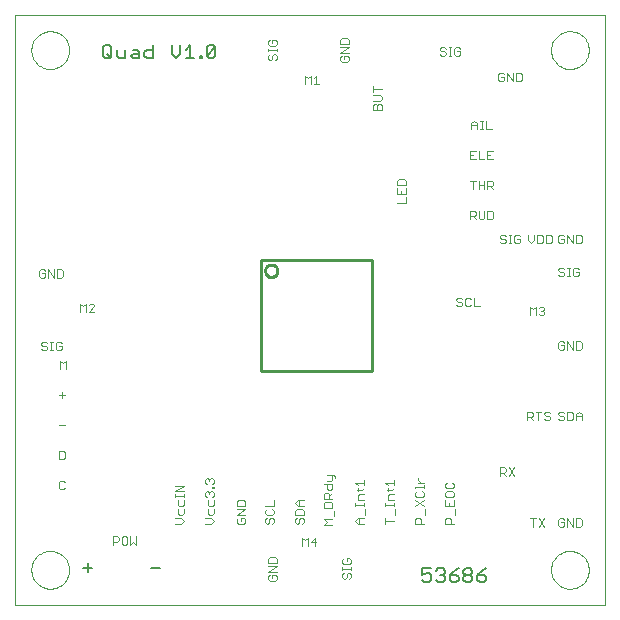
<source format=gto>
G75*
G70*
%OFA0B0*%
%FSLAX24Y24*%
%IPPOS*%
%LPD*%
%AMOC8*
5,1,8,0,0,1.08239X$1,22.5*
%
%ADD10C,0.0000*%
%ADD11C,0.0030*%
%ADD12C,0.0050*%
%ADD13C,0.0100*%
%ADD14C,0.0080*%
D10*
X003295Y003295D02*
X022980Y003295D01*
X022980Y022980D01*
X003295Y022980D01*
X003295Y003295D01*
X003846Y004476D02*
X003848Y004526D01*
X003854Y004576D01*
X003864Y004625D01*
X003878Y004673D01*
X003895Y004720D01*
X003916Y004765D01*
X003941Y004809D01*
X003969Y004850D01*
X004001Y004889D01*
X004035Y004926D01*
X004072Y004960D01*
X004112Y004990D01*
X004154Y005017D01*
X004198Y005041D01*
X004244Y005062D01*
X004291Y005078D01*
X004339Y005091D01*
X004389Y005100D01*
X004438Y005105D01*
X004489Y005106D01*
X004539Y005103D01*
X004588Y005096D01*
X004637Y005085D01*
X004685Y005070D01*
X004731Y005052D01*
X004776Y005030D01*
X004819Y005004D01*
X004860Y004975D01*
X004899Y004943D01*
X004935Y004908D01*
X004967Y004870D01*
X004997Y004830D01*
X005024Y004787D01*
X005047Y004743D01*
X005066Y004697D01*
X005082Y004649D01*
X005094Y004600D01*
X005102Y004551D01*
X005106Y004501D01*
X005106Y004451D01*
X005102Y004401D01*
X005094Y004352D01*
X005082Y004303D01*
X005066Y004255D01*
X005047Y004209D01*
X005024Y004165D01*
X004997Y004122D01*
X004967Y004082D01*
X004935Y004044D01*
X004899Y004009D01*
X004860Y003977D01*
X004819Y003948D01*
X004776Y003922D01*
X004731Y003900D01*
X004685Y003882D01*
X004637Y003867D01*
X004588Y003856D01*
X004539Y003849D01*
X004489Y003846D01*
X004438Y003847D01*
X004389Y003852D01*
X004339Y003861D01*
X004291Y003874D01*
X004244Y003890D01*
X004198Y003911D01*
X004154Y003935D01*
X004112Y003962D01*
X004072Y003992D01*
X004035Y004026D01*
X004001Y004063D01*
X003969Y004102D01*
X003941Y004143D01*
X003916Y004187D01*
X003895Y004232D01*
X003878Y004279D01*
X003864Y004327D01*
X003854Y004376D01*
X003848Y004426D01*
X003846Y004476D01*
X003846Y021799D02*
X003848Y021849D01*
X003854Y021899D01*
X003864Y021948D01*
X003878Y021996D01*
X003895Y022043D01*
X003916Y022088D01*
X003941Y022132D01*
X003969Y022173D01*
X004001Y022212D01*
X004035Y022249D01*
X004072Y022283D01*
X004112Y022313D01*
X004154Y022340D01*
X004198Y022364D01*
X004244Y022385D01*
X004291Y022401D01*
X004339Y022414D01*
X004389Y022423D01*
X004438Y022428D01*
X004489Y022429D01*
X004539Y022426D01*
X004588Y022419D01*
X004637Y022408D01*
X004685Y022393D01*
X004731Y022375D01*
X004776Y022353D01*
X004819Y022327D01*
X004860Y022298D01*
X004899Y022266D01*
X004935Y022231D01*
X004967Y022193D01*
X004997Y022153D01*
X005024Y022110D01*
X005047Y022066D01*
X005066Y022020D01*
X005082Y021972D01*
X005094Y021923D01*
X005102Y021874D01*
X005106Y021824D01*
X005106Y021774D01*
X005102Y021724D01*
X005094Y021675D01*
X005082Y021626D01*
X005066Y021578D01*
X005047Y021532D01*
X005024Y021488D01*
X004997Y021445D01*
X004967Y021405D01*
X004935Y021367D01*
X004899Y021332D01*
X004860Y021300D01*
X004819Y021271D01*
X004776Y021245D01*
X004731Y021223D01*
X004685Y021205D01*
X004637Y021190D01*
X004588Y021179D01*
X004539Y021172D01*
X004489Y021169D01*
X004438Y021170D01*
X004389Y021175D01*
X004339Y021184D01*
X004291Y021197D01*
X004244Y021213D01*
X004198Y021234D01*
X004154Y021258D01*
X004112Y021285D01*
X004072Y021315D01*
X004035Y021349D01*
X004001Y021386D01*
X003969Y021425D01*
X003941Y021466D01*
X003916Y021510D01*
X003895Y021555D01*
X003878Y021602D01*
X003864Y021650D01*
X003854Y021699D01*
X003848Y021749D01*
X003846Y021799D01*
X021169Y021799D02*
X021171Y021849D01*
X021177Y021899D01*
X021187Y021948D01*
X021201Y021996D01*
X021218Y022043D01*
X021239Y022088D01*
X021264Y022132D01*
X021292Y022173D01*
X021324Y022212D01*
X021358Y022249D01*
X021395Y022283D01*
X021435Y022313D01*
X021477Y022340D01*
X021521Y022364D01*
X021567Y022385D01*
X021614Y022401D01*
X021662Y022414D01*
X021712Y022423D01*
X021761Y022428D01*
X021812Y022429D01*
X021862Y022426D01*
X021911Y022419D01*
X021960Y022408D01*
X022008Y022393D01*
X022054Y022375D01*
X022099Y022353D01*
X022142Y022327D01*
X022183Y022298D01*
X022222Y022266D01*
X022258Y022231D01*
X022290Y022193D01*
X022320Y022153D01*
X022347Y022110D01*
X022370Y022066D01*
X022389Y022020D01*
X022405Y021972D01*
X022417Y021923D01*
X022425Y021874D01*
X022429Y021824D01*
X022429Y021774D01*
X022425Y021724D01*
X022417Y021675D01*
X022405Y021626D01*
X022389Y021578D01*
X022370Y021532D01*
X022347Y021488D01*
X022320Y021445D01*
X022290Y021405D01*
X022258Y021367D01*
X022222Y021332D01*
X022183Y021300D01*
X022142Y021271D01*
X022099Y021245D01*
X022054Y021223D01*
X022008Y021205D01*
X021960Y021190D01*
X021911Y021179D01*
X021862Y021172D01*
X021812Y021169D01*
X021761Y021170D01*
X021712Y021175D01*
X021662Y021184D01*
X021614Y021197D01*
X021567Y021213D01*
X021521Y021234D01*
X021477Y021258D01*
X021435Y021285D01*
X021395Y021315D01*
X021358Y021349D01*
X021324Y021386D01*
X021292Y021425D01*
X021264Y021466D01*
X021239Y021510D01*
X021218Y021555D01*
X021201Y021602D01*
X021187Y021650D01*
X021177Y021699D01*
X021171Y021749D01*
X021169Y021799D01*
X021169Y004476D02*
X021171Y004526D01*
X021177Y004576D01*
X021187Y004625D01*
X021201Y004673D01*
X021218Y004720D01*
X021239Y004765D01*
X021264Y004809D01*
X021292Y004850D01*
X021324Y004889D01*
X021358Y004926D01*
X021395Y004960D01*
X021435Y004990D01*
X021477Y005017D01*
X021521Y005041D01*
X021567Y005062D01*
X021614Y005078D01*
X021662Y005091D01*
X021712Y005100D01*
X021761Y005105D01*
X021812Y005106D01*
X021862Y005103D01*
X021911Y005096D01*
X021960Y005085D01*
X022008Y005070D01*
X022054Y005052D01*
X022099Y005030D01*
X022142Y005004D01*
X022183Y004975D01*
X022222Y004943D01*
X022258Y004908D01*
X022290Y004870D01*
X022320Y004830D01*
X022347Y004787D01*
X022370Y004743D01*
X022389Y004697D01*
X022405Y004649D01*
X022417Y004600D01*
X022425Y004551D01*
X022429Y004501D01*
X022429Y004451D01*
X022425Y004401D01*
X022417Y004352D01*
X022405Y004303D01*
X022389Y004255D01*
X022370Y004209D01*
X022347Y004165D01*
X022320Y004122D01*
X022290Y004082D01*
X022258Y004044D01*
X022222Y004009D01*
X022183Y003977D01*
X022142Y003948D01*
X022099Y003922D01*
X022054Y003900D01*
X022008Y003882D01*
X021960Y003867D01*
X021911Y003856D01*
X021862Y003849D01*
X021812Y003846D01*
X021761Y003847D01*
X021712Y003852D01*
X021662Y003861D01*
X021614Y003874D01*
X021567Y003890D01*
X021521Y003911D01*
X021477Y003935D01*
X021435Y003962D01*
X021395Y003992D01*
X021358Y004026D01*
X021324Y004063D01*
X021292Y004102D01*
X021264Y004143D01*
X021239Y004187D01*
X021218Y004232D01*
X021201Y004279D01*
X021187Y004327D01*
X021177Y004376D01*
X021171Y004426D01*
X021169Y004476D01*
D11*
X020948Y005910D02*
X020755Y006201D01*
X020654Y006201D02*
X020460Y006201D01*
X020557Y006201D02*
X020557Y005910D01*
X020755Y005910D02*
X020948Y006201D01*
X021410Y006152D02*
X021410Y005959D01*
X021459Y005910D01*
X021555Y005910D01*
X021604Y005959D01*
X021604Y006055D01*
X021507Y006055D01*
X021410Y006152D02*
X021459Y006201D01*
X021555Y006201D01*
X021604Y006152D01*
X021705Y006201D02*
X021898Y005910D01*
X021898Y006201D01*
X022000Y006201D02*
X022145Y006201D01*
X022193Y006152D01*
X022193Y005959D01*
X022145Y005910D01*
X022000Y005910D01*
X022000Y006201D01*
X021705Y006201D02*
X021705Y005910D01*
X019948Y007610D02*
X019755Y007901D01*
X019654Y007852D02*
X019654Y007755D01*
X019605Y007707D01*
X019460Y007707D01*
X019460Y007610D02*
X019460Y007901D01*
X019605Y007901D01*
X019654Y007852D01*
X019557Y007707D02*
X019654Y007610D01*
X019755Y007610D02*
X019948Y007901D01*
X020360Y009460D02*
X020360Y009751D01*
X020505Y009751D01*
X020554Y009702D01*
X020554Y009605D01*
X020505Y009557D01*
X020360Y009557D01*
X020457Y009557D02*
X020554Y009460D01*
X020752Y009460D02*
X020752Y009751D01*
X020848Y009751D02*
X020655Y009751D01*
X020950Y009702D02*
X020950Y009654D01*
X020998Y009605D01*
X021095Y009605D01*
X021143Y009557D01*
X021143Y009509D01*
X021095Y009460D01*
X020998Y009460D01*
X020950Y009509D01*
X020950Y009702D02*
X020998Y009751D01*
X021095Y009751D01*
X021143Y009702D01*
X021410Y009702D02*
X021459Y009751D01*
X021555Y009751D01*
X021604Y009702D01*
X021555Y009605D02*
X021604Y009557D01*
X021604Y009509D01*
X021555Y009460D01*
X021459Y009460D01*
X021410Y009509D01*
X021459Y009605D02*
X021555Y009605D01*
X021459Y009605D02*
X021410Y009654D01*
X021410Y009702D01*
X021705Y009751D02*
X021850Y009751D01*
X021898Y009702D01*
X021898Y009509D01*
X021850Y009460D01*
X021705Y009460D01*
X021705Y009751D01*
X022000Y009654D02*
X022096Y009751D01*
X022193Y009654D01*
X022193Y009460D01*
X022193Y009605D02*
X022000Y009605D01*
X022000Y009654D02*
X022000Y009460D01*
X022000Y011810D02*
X022145Y011810D01*
X022193Y011859D01*
X022193Y012052D01*
X022145Y012101D01*
X022000Y012101D01*
X022000Y011810D01*
X021898Y011810D02*
X021898Y012101D01*
X021705Y012101D02*
X021898Y011810D01*
X021705Y011810D02*
X021705Y012101D01*
X021604Y012052D02*
X021555Y012101D01*
X021459Y012101D01*
X021410Y012052D01*
X021410Y011859D01*
X021459Y011810D01*
X021555Y011810D01*
X021604Y011859D01*
X021604Y011955D01*
X021507Y011955D01*
X020900Y012960D02*
X020803Y012960D01*
X020755Y013009D01*
X020654Y012960D02*
X020654Y013251D01*
X020557Y013154D01*
X020460Y013251D01*
X020460Y012960D01*
X020755Y013202D02*
X020803Y013251D01*
X020900Y013251D01*
X020948Y013202D01*
X020948Y013154D01*
X020900Y013105D01*
X020948Y013057D01*
X020948Y013009D01*
X020900Y012960D01*
X020900Y013105D02*
X020852Y013105D01*
X021459Y014260D02*
X021410Y014309D01*
X021459Y014260D02*
X021555Y014260D01*
X021604Y014309D01*
X021604Y014357D01*
X021555Y014405D01*
X021459Y014405D01*
X021410Y014454D01*
X021410Y014502D01*
X021459Y014551D01*
X021555Y014551D01*
X021604Y014502D01*
X021705Y014551D02*
X021802Y014551D01*
X021753Y014551D02*
X021753Y014260D01*
X021705Y014260D02*
X021802Y014260D01*
X021901Y014309D02*
X021901Y014502D01*
X021950Y014551D01*
X022046Y014551D01*
X022095Y014502D01*
X022095Y014405D02*
X021998Y014405D01*
X022095Y014405D02*
X022095Y014309D01*
X022046Y014260D01*
X021950Y014260D01*
X021901Y014309D01*
X021898Y015360D02*
X021898Y015651D01*
X022000Y015651D02*
X022145Y015651D01*
X022193Y015602D01*
X022193Y015409D01*
X022145Y015360D01*
X022000Y015360D01*
X022000Y015651D01*
X021705Y015651D02*
X021705Y015360D01*
X021604Y015409D02*
X021604Y015505D01*
X021507Y015505D01*
X021410Y015409D02*
X021410Y015602D01*
X021459Y015651D01*
X021555Y015651D01*
X021604Y015602D01*
X021705Y015651D02*
X021898Y015360D01*
X021604Y015409D02*
X021555Y015360D01*
X021459Y015360D01*
X021410Y015409D01*
X021193Y015409D02*
X021193Y015602D01*
X021145Y015651D01*
X021000Y015651D01*
X021000Y015360D01*
X021145Y015360D01*
X021193Y015409D01*
X020898Y015409D02*
X020898Y015602D01*
X020850Y015651D01*
X020705Y015651D01*
X020705Y015360D01*
X020850Y015360D01*
X020898Y015409D01*
X020604Y015457D02*
X020604Y015651D01*
X020410Y015651D02*
X020410Y015457D01*
X020507Y015360D01*
X020604Y015457D01*
X020145Y015409D02*
X020145Y015505D01*
X020048Y015505D01*
X019951Y015409D02*
X020000Y015360D01*
X020096Y015360D01*
X020145Y015409D01*
X020145Y015602D02*
X020096Y015651D01*
X020000Y015651D01*
X019951Y015602D01*
X019951Y015409D01*
X019852Y015360D02*
X019755Y015360D01*
X019803Y015360D02*
X019803Y015651D01*
X019755Y015651D02*
X019852Y015651D01*
X019654Y015602D02*
X019605Y015651D01*
X019509Y015651D01*
X019460Y015602D01*
X019460Y015554D01*
X019509Y015505D01*
X019605Y015505D01*
X019654Y015457D01*
X019654Y015409D01*
X019605Y015360D01*
X019509Y015360D01*
X019460Y015409D01*
X019195Y016160D02*
X019050Y016160D01*
X019050Y016451D01*
X019195Y016451D01*
X019243Y016402D01*
X019243Y016209D01*
X019195Y016160D01*
X018948Y016209D02*
X018948Y016451D01*
X018755Y016451D02*
X018755Y016209D01*
X018803Y016160D01*
X018900Y016160D01*
X018948Y016209D01*
X018654Y016160D02*
X018557Y016257D01*
X018605Y016257D02*
X018460Y016257D01*
X018460Y016160D02*
X018460Y016451D01*
X018605Y016451D01*
X018654Y016402D01*
X018654Y016305D01*
X018605Y016257D01*
X018557Y017160D02*
X018557Y017451D01*
X018460Y017451D02*
X018654Y017451D01*
X018755Y017451D02*
X018755Y017160D01*
X018755Y017305D02*
X018948Y017305D01*
X019050Y017257D02*
X019195Y017257D01*
X019243Y017305D01*
X019243Y017402D01*
X019195Y017451D01*
X019050Y017451D01*
X019050Y017160D01*
X018948Y017160D02*
X018948Y017451D01*
X019146Y017257D02*
X019243Y017160D01*
X019243Y018160D02*
X019050Y018160D01*
X019050Y018451D01*
X019243Y018451D01*
X019146Y018305D02*
X019050Y018305D01*
X018948Y018160D02*
X018755Y018160D01*
X018755Y018451D01*
X018654Y018451D02*
X018460Y018451D01*
X018460Y018160D01*
X018654Y018160D01*
X018557Y018305D02*
X018460Y018305D01*
X018510Y019160D02*
X018510Y019354D01*
X018607Y019451D01*
X018704Y019354D01*
X018704Y019160D01*
X018805Y019160D02*
X018902Y019160D01*
X018853Y019160D02*
X018853Y019451D01*
X018805Y019451D02*
X018902Y019451D01*
X019001Y019451D02*
X019001Y019160D01*
X019195Y019160D01*
X018704Y019305D02*
X018510Y019305D01*
X019459Y020760D02*
X019410Y020809D01*
X019410Y021002D01*
X019459Y021051D01*
X019555Y021051D01*
X019604Y021002D01*
X019604Y020905D02*
X019507Y020905D01*
X019604Y020905D02*
X019604Y020809D01*
X019555Y020760D01*
X019459Y020760D01*
X019705Y020760D02*
X019705Y021051D01*
X019898Y020760D01*
X019898Y021051D01*
X020000Y021051D02*
X020000Y020760D01*
X020145Y020760D01*
X020193Y020809D01*
X020193Y021002D01*
X020145Y021051D01*
X020000Y021051D01*
X018145Y021659D02*
X018145Y021755D01*
X018048Y021755D01*
X017951Y021659D02*
X018000Y021610D01*
X018096Y021610D01*
X018145Y021659D01*
X018145Y021852D02*
X018096Y021901D01*
X018000Y021901D01*
X017951Y021852D01*
X017951Y021659D01*
X017852Y021610D02*
X017755Y021610D01*
X017803Y021610D02*
X017803Y021901D01*
X017755Y021901D02*
X017852Y021901D01*
X017654Y021852D02*
X017605Y021901D01*
X017509Y021901D01*
X017460Y021852D01*
X017460Y021804D01*
X017509Y021755D01*
X017605Y021755D01*
X017654Y021707D01*
X017654Y021659D01*
X017605Y021610D01*
X017509Y021610D01*
X017460Y021659D01*
X015530Y020496D02*
X015240Y020496D01*
X015240Y020400D02*
X015240Y020593D01*
X015240Y020298D02*
X015482Y020298D01*
X015530Y020250D01*
X015530Y020153D01*
X015482Y020105D01*
X015240Y020105D01*
X015288Y020004D02*
X015337Y020004D01*
X015385Y019955D01*
X015385Y019810D01*
X015240Y019810D02*
X015240Y019955D01*
X015288Y020004D01*
X015385Y019955D02*
X015434Y020004D01*
X015482Y020004D01*
X015530Y019955D01*
X015530Y019810D01*
X015240Y019810D01*
X014382Y021410D02*
X014188Y021410D01*
X014140Y021459D01*
X014140Y021555D01*
X014188Y021604D01*
X014285Y021604D02*
X014285Y021507D01*
X014285Y021604D02*
X014382Y021604D01*
X014430Y021555D01*
X014430Y021459D01*
X014382Y021410D01*
X014430Y021705D02*
X014140Y021705D01*
X014430Y021898D01*
X014140Y021898D01*
X014140Y022000D02*
X014140Y022145D01*
X014188Y022193D01*
X014382Y022193D01*
X014430Y022145D01*
X014430Y022000D01*
X014140Y022000D01*
X013352Y020951D02*
X013352Y020660D01*
X013448Y020660D02*
X013255Y020660D01*
X013154Y020660D02*
X013154Y020951D01*
X013057Y020854D01*
X012960Y020951D01*
X012960Y020660D01*
X013255Y020854D02*
X013352Y020951D01*
X012030Y021509D02*
X011982Y021460D01*
X012030Y021509D02*
X012030Y021605D01*
X011982Y021654D01*
X011934Y021654D01*
X011885Y021605D01*
X011885Y021509D01*
X011837Y021460D01*
X011788Y021460D01*
X011740Y021509D01*
X011740Y021605D01*
X011788Y021654D01*
X011740Y021755D02*
X011740Y021852D01*
X011740Y021803D02*
X012030Y021803D01*
X012030Y021755D02*
X012030Y021852D01*
X011982Y021951D02*
X012030Y022000D01*
X012030Y022096D01*
X011982Y022145D01*
X011885Y022145D01*
X011885Y022048D01*
X011788Y021951D02*
X011982Y021951D01*
X011788Y021951D02*
X011740Y022000D01*
X011740Y022096D01*
X011788Y022145D01*
X016088Y017493D02*
X016040Y017445D01*
X016040Y017300D01*
X016330Y017300D01*
X016330Y017445D01*
X016282Y017493D01*
X016088Y017493D01*
X016040Y017198D02*
X016040Y017005D01*
X016330Y017005D01*
X016330Y017198D01*
X016185Y017102D02*
X016185Y017005D01*
X016330Y016904D02*
X016330Y016710D01*
X016040Y016710D01*
X018059Y013551D02*
X018010Y013502D01*
X018010Y013454D01*
X018059Y013405D01*
X018155Y013405D01*
X018204Y013357D01*
X018204Y013309D01*
X018155Y013260D01*
X018059Y013260D01*
X018010Y013309D01*
X018059Y013551D02*
X018155Y013551D01*
X018204Y013502D01*
X018305Y013502D02*
X018305Y013309D01*
X018353Y013260D01*
X018450Y013260D01*
X018498Y013309D01*
X018600Y013260D02*
X018793Y013260D01*
X018600Y013260D02*
X018600Y013551D01*
X018498Y013502D02*
X018450Y013551D01*
X018353Y013551D01*
X018305Y013502D01*
X013929Y007627D02*
X013687Y007627D01*
X013880Y007627D02*
X013880Y007482D01*
X013832Y007434D01*
X013687Y007434D01*
X013687Y007332D02*
X013687Y007187D01*
X013735Y007139D01*
X013832Y007139D01*
X013880Y007187D01*
X013880Y007332D01*
X013590Y007332D01*
X013638Y007038D02*
X013735Y007038D01*
X013784Y006989D01*
X013784Y006844D01*
X013880Y006844D02*
X013590Y006844D01*
X013590Y006989D01*
X013638Y007038D01*
X013784Y006941D02*
X013880Y007038D01*
X013832Y006743D02*
X013638Y006743D01*
X013590Y006695D01*
X013590Y006550D01*
X013880Y006550D01*
X013880Y006695D01*
X013832Y006743D01*
X013929Y006448D02*
X013929Y006255D01*
X013880Y006154D02*
X013590Y006154D01*
X013687Y006057D01*
X013590Y005960D01*
X013880Y005960D01*
X013300Y005551D02*
X013155Y005405D01*
X013348Y005405D01*
X013300Y005260D02*
X013300Y005551D01*
X013054Y005551D02*
X013054Y005260D01*
X012860Y005260D02*
X012860Y005551D01*
X012957Y005454D01*
X013054Y005551D01*
X012882Y006010D02*
X012930Y006059D01*
X012930Y006155D01*
X012882Y006204D01*
X012834Y006204D01*
X012785Y006155D01*
X012785Y006059D01*
X012737Y006010D01*
X012688Y006010D01*
X012640Y006059D01*
X012640Y006155D01*
X012688Y006204D01*
X012640Y006305D02*
X012640Y006450D01*
X012688Y006498D01*
X012882Y006498D01*
X012930Y006450D01*
X012930Y006305D01*
X012640Y006305D01*
X012737Y006600D02*
X012640Y006696D01*
X012737Y006793D01*
X012930Y006793D01*
X012785Y006793D02*
X012785Y006600D01*
X012737Y006600D02*
X012930Y006600D01*
X011930Y006600D02*
X011930Y006793D01*
X011930Y006600D02*
X011640Y006600D01*
X011688Y006498D02*
X011640Y006450D01*
X011640Y006353D01*
X011688Y006305D01*
X011882Y006305D01*
X011930Y006353D01*
X011930Y006450D01*
X011882Y006498D01*
X011882Y006204D02*
X011930Y006155D01*
X011930Y006059D01*
X011882Y006010D01*
X011785Y006059D02*
X011785Y006155D01*
X011834Y006204D01*
X011882Y006204D01*
X011785Y006059D02*
X011737Y006010D01*
X011688Y006010D01*
X011640Y006059D01*
X011640Y006155D01*
X011688Y006204D01*
X010980Y006155D02*
X010932Y006204D01*
X010835Y006204D01*
X010835Y006107D01*
X010738Y006010D02*
X010932Y006010D01*
X010980Y006059D01*
X010980Y006155D01*
X010980Y006305D02*
X010690Y006305D01*
X010980Y006498D01*
X010690Y006498D01*
X010690Y006600D02*
X010690Y006745D01*
X010738Y006793D01*
X010932Y006793D01*
X010980Y006745D01*
X010980Y006600D01*
X010690Y006600D01*
X010738Y006204D02*
X010690Y006155D01*
X010690Y006059D01*
X010738Y006010D01*
X009930Y006107D02*
X009834Y006010D01*
X009640Y006010D01*
X009640Y006204D02*
X009834Y006204D01*
X009930Y006107D01*
X009882Y006305D02*
X009930Y006353D01*
X009930Y006498D01*
X009882Y006600D02*
X009930Y006648D01*
X009930Y006793D01*
X009882Y006894D02*
X009930Y006943D01*
X009930Y007039D01*
X009882Y007088D01*
X009834Y007088D01*
X009785Y007039D01*
X009785Y006991D01*
X009785Y007039D02*
X009737Y007088D01*
X009688Y007088D01*
X009640Y007039D01*
X009640Y006943D01*
X009688Y006894D01*
X009737Y006793D02*
X009737Y006648D01*
X009785Y006600D01*
X009882Y006600D01*
X009737Y006498D02*
X009737Y006353D01*
X009785Y006305D01*
X009882Y006305D01*
X009882Y007189D02*
X009882Y007237D01*
X009930Y007237D01*
X009930Y007189D01*
X009882Y007189D01*
X009882Y007336D02*
X009930Y007385D01*
X009930Y007481D01*
X009882Y007530D01*
X009834Y007530D01*
X009785Y007481D01*
X009785Y007433D01*
X009785Y007481D02*
X009737Y007530D01*
X009688Y007530D01*
X009640Y007481D01*
X009640Y007385D01*
X009688Y007336D01*
X008930Y007284D02*
X008640Y007284D01*
X008640Y007091D02*
X008930Y007284D01*
X008930Y007091D02*
X008640Y007091D01*
X008640Y006991D02*
X008640Y006894D01*
X008640Y006943D02*
X008930Y006943D01*
X008930Y006991D02*
X008930Y006894D01*
X008930Y006793D02*
X008930Y006648D01*
X008882Y006600D01*
X008785Y006600D01*
X008737Y006648D01*
X008737Y006793D01*
X008737Y006498D02*
X008737Y006353D01*
X008785Y006305D01*
X008882Y006305D01*
X008930Y006353D01*
X008930Y006498D01*
X008834Y006204D02*
X008640Y006204D01*
X008834Y006204D02*
X008930Y006107D01*
X008834Y006010D01*
X008640Y006010D01*
X007343Y005601D02*
X007343Y005310D01*
X007246Y005407D01*
X007150Y005310D01*
X007150Y005601D01*
X007048Y005552D02*
X007048Y005359D01*
X007000Y005310D01*
X006903Y005310D01*
X006855Y005359D01*
X006855Y005552D01*
X006903Y005601D01*
X007000Y005601D01*
X007048Y005552D01*
X006754Y005552D02*
X006754Y005455D01*
X006705Y005407D01*
X006560Y005407D01*
X006560Y005310D02*
X006560Y005601D01*
X006705Y005601D01*
X006754Y005552D01*
X004954Y007209D02*
X004905Y007160D01*
X004809Y007160D01*
X004760Y007209D01*
X004760Y007402D01*
X004809Y007451D01*
X004905Y007451D01*
X004954Y007402D01*
X004905Y008160D02*
X004954Y008209D01*
X004954Y008402D01*
X004905Y008451D01*
X004760Y008451D01*
X004760Y008160D01*
X004905Y008160D01*
X004954Y009305D02*
X004760Y009305D01*
X004857Y010209D02*
X004857Y010402D01*
X004760Y010305D02*
X004954Y010305D01*
X005004Y011160D02*
X005004Y011451D01*
X004907Y011354D01*
X004810Y011451D01*
X004810Y011160D01*
X004811Y011790D02*
X004714Y011790D01*
X004666Y011839D01*
X004666Y012032D01*
X004714Y012081D01*
X004811Y012081D01*
X004859Y012032D01*
X004859Y011935D02*
X004762Y011935D01*
X004859Y011935D02*
X004859Y011839D01*
X004811Y011790D01*
X004566Y011790D02*
X004469Y011790D01*
X004518Y011790D02*
X004518Y012081D01*
X004566Y012081D02*
X004469Y012081D01*
X004368Y012032D02*
X004320Y012081D01*
X004223Y012081D01*
X004175Y012032D01*
X004175Y011984D01*
X004223Y011935D01*
X004320Y011935D01*
X004368Y011887D01*
X004368Y011839D01*
X004320Y011790D01*
X004223Y011790D01*
X004175Y011839D01*
X005460Y013060D02*
X005460Y013351D01*
X005557Y013254D01*
X005654Y013351D01*
X005654Y013060D01*
X005755Y013060D02*
X005948Y013254D01*
X005948Y013302D01*
X005900Y013351D01*
X005803Y013351D01*
X005755Y013302D01*
X005755Y013060D02*
X005948Y013060D01*
X004845Y014210D02*
X004700Y014210D01*
X004700Y014501D01*
X004845Y014501D01*
X004893Y014452D01*
X004893Y014259D01*
X004845Y014210D01*
X004598Y014210D02*
X004598Y014501D01*
X004405Y014501D02*
X004405Y014210D01*
X004304Y014259D02*
X004304Y014355D01*
X004207Y014355D01*
X004110Y014259D02*
X004110Y014452D01*
X004159Y014501D01*
X004255Y014501D01*
X004304Y014452D01*
X004405Y014501D02*
X004598Y014210D01*
X004304Y014259D02*
X004255Y014210D01*
X004159Y014210D01*
X004110Y014259D01*
X011788Y004893D02*
X011740Y004845D01*
X011740Y004700D01*
X012030Y004700D01*
X012030Y004845D01*
X011982Y004893D01*
X011788Y004893D01*
X011740Y004598D02*
X012030Y004598D01*
X011740Y004405D01*
X012030Y004405D01*
X011982Y004304D02*
X011885Y004304D01*
X011885Y004207D01*
X011788Y004110D02*
X011982Y004110D01*
X012030Y004159D01*
X012030Y004255D01*
X011982Y004304D01*
X011788Y004304D02*
X011740Y004255D01*
X011740Y004159D01*
X011788Y004110D01*
X014210Y004223D02*
X014258Y004175D01*
X014307Y004175D01*
X014355Y004223D01*
X014355Y004320D01*
X014404Y004368D01*
X014452Y004368D01*
X014500Y004320D01*
X014500Y004223D01*
X014452Y004175D01*
X014210Y004223D02*
X014210Y004320D01*
X014258Y004368D01*
X014210Y004469D02*
X014210Y004566D01*
X014210Y004518D02*
X014500Y004518D01*
X014500Y004566D02*
X014500Y004469D01*
X014452Y004666D02*
X014500Y004714D01*
X014500Y004811D01*
X014452Y004859D01*
X014355Y004859D01*
X014355Y004762D01*
X014258Y004666D02*
X014452Y004666D01*
X014258Y004666D02*
X014210Y004714D01*
X014210Y004811D01*
X014258Y004859D01*
X014737Y006010D02*
X014640Y006107D01*
X014737Y006204D01*
X014930Y006204D01*
X014979Y006305D02*
X014979Y006498D01*
X014930Y006600D02*
X014930Y006696D01*
X014930Y006648D02*
X014640Y006648D01*
X014640Y006600D02*
X014640Y006696D01*
X014737Y006796D02*
X014737Y006941D01*
X014785Y006990D01*
X014930Y006990D01*
X014882Y007139D02*
X014688Y007139D01*
X014737Y007091D02*
X014737Y007187D01*
X014737Y007287D02*
X014640Y007384D01*
X014930Y007384D01*
X014930Y007287D02*
X014930Y007481D01*
X014930Y007187D02*
X014882Y007139D01*
X014930Y006796D02*
X014737Y006796D01*
X014785Y006204D02*
X014785Y006010D01*
X014737Y006010D02*
X014930Y006010D01*
X015640Y006010D02*
X015640Y006204D01*
X015640Y006107D02*
X015930Y006107D01*
X015979Y006305D02*
X015979Y006498D01*
X015930Y006600D02*
X015930Y006696D01*
X015930Y006648D02*
X015640Y006648D01*
X015640Y006600D02*
X015640Y006696D01*
X015737Y006796D02*
X015737Y006941D01*
X015785Y006990D01*
X015930Y006990D01*
X015882Y007139D02*
X015688Y007139D01*
X015737Y007091D02*
X015737Y007187D01*
X015737Y007287D02*
X015640Y007384D01*
X015930Y007384D01*
X015930Y007287D02*
X015930Y007481D01*
X015930Y007187D02*
X015882Y007139D01*
X015930Y006796D02*
X015737Y006796D01*
X016640Y006793D02*
X016930Y006600D01*
X016979Y006498D02*
X016979Y006305D01*
X016834Y006155D02*
X016834Y006010D01*
X016930Y006010D02*
X016640Y006010D01*
X016640Y006155D01*
X016688Y006204D01*
X016785Y006204D01*
X016834Y006155D01*
X016640Y006600D02*
X016930Y006793D01*
X016882Y006894D02*
X016688Y006894D01*
X016640Y006943D01*
X016640Y007039D01*
X016688Y007088D01*
X016640Y007189D02*
X016640Y007237D01*
X016930Y007237D01*
X016930Y007189D02*
X016930Y007286D01*
X016930Y007385D02*
X016737Y007385D01*
X016834Y007385D02*
X016737Y007482D01*
X016737Y007530D01*
X016882Y007088D02*
X016930Y007039D01*
X016930Y006943D01*
X016882Y006894D01*
X017640Y006943D02*
X017688Y006894D01*
X017882Y006894D01*
X017930Y006943D01*
X017930Y007039D01*
X017882Y007088D01*
X017688Y007088D01*
X017640Y007039D01*
X017640Y006943D01*
X017640Y006793D02*
X017640Y006600D01*
X017930Y006600D01*
X017930Y006793D01*
X017785Y006696D02*
X017785Y006600D01*
X017979Y006498D02*
X017979Y006305D01*
X017834Y006155D02*
X017834Y006010D01*
X017930Y006010D02*
X017640Y006010D01*
X017640Y006155D01*
X017688Y006204D01*
X017785Y006204D01*
X017834Y006155D01*
X017882Y007189D02*
X017688Y007189D01*
X017640Y007237D01*
X017640Y007334D01*
X017688Y007382D01*
X017882Y007382D02*
X017930Y007334D01*
X017930Y007237D01*
X017882Y007189D01*
X013977Y007530D02*
X013977Y007579D01*
X013929Y007627D01*
D12*
X016870Y004521D02*
X016870Y004295D01*
X017020Y004371D01*
X017095Y004371D01*
X017171Y004295D01*
X017171Y004145D01*
X017095Y004070D01*
X016945Y004070D01*
X016870Y004145D01*
X017331Y004145D02*
X017406Y004070D01*
X017556Y004070D01*
X017631Y004145D01*
X017631Y004220D01*
X017556Y004295D01*
X017481Y004295D01*
X017556Y004295D02*
X017631Y004371D01*
X017631Y004446D01*
X017556Y004521D01*
X017406Y004521D01*
X017331Y004446D01*
X017171Y004521D02*
X016870Y004521D01*
X017791Y004295D02*
X017791Y004145D01*
X017866Y004070D01*
X018016Y004070D01*
X018091Y004145D01*
X018091Y004220D01*
X018016Y004295D01*
X017791Y004295D01*
X017941Y004446D01*
X018091Y004521D01*
X018251Y004446D02*
X018251Y004371D01*
X018327Y004295D01*
X018477Y004295D01*
X018552Y004220D01*
X018552Y004145D01*
X018477Y004070D01*
X018327Y004070D01*
X018251Y004145D01*
X018251Y004220D01*
X018327Y004295D01*
X018477Y004295D02*
X018552Y004371D01*
X018552Y004446D01*
X018477Y004521D01*
X018327Y004521D01*
X018251Y004446D01*
X018712Y004295D02*
X018712Y004145D01*
X018787Y004070D01*
X018937Y004070D01*
X019012Y004145D01*
X019012Y004220D01*
X018937Y004295D01*
X018712Y004295D01*
X018862Y004446D01*
X019012Y004521D01*
X008121Y004545D02*
X007820Y004545D01*
X005871Y004545D02*
X005570Y004545D01*
X005720Y004696D02*
X005720Y004395D01*
D13*
X011495Y011095D02*
X011495Y014795D01*
X015195Y014795D01*
X015195Y011095D01*
X011495Y011095D01*
X011639Y014445D02*
X011641Y014473D01*
X011647Y014501D01*
X011656Y014527D01*
X011669Y014552D01*
X011685Y014575D01*
X011704Y014596D01*
X011726Y014613D01*
X011750Y014628D01*
X011776Y014639D01*
X011803Y014647D01*
X011831Y014651D01*
X011859Y014651D01*
X011887Y014647D01*
X011914Y014639D01*
X011940Y014628D01*
X011964Y014613D01*
X011986Y014596D01*
X012005Y014575D01*
X012021Y014552D01*
X012034Y014527D01*
X012043Y014501D01*
X012049Y014473D01*
X012051Y014445D01*
X012049Y014417D01*
X012043Y014389D01*
X012034Y014363D01*
X012021Y014338D01*
X012005Y014315D01*
X011986Y014294D01*
X011964Y014277D01*
X011940Y014262D01*
X011914Y014251D01*
X011887Y014243D01*
X011859Y014239D01*
X011831Y014239D01*
X011803Y014243D01*
X011776Y014251D01*
X011750Y014262D01*
X011726Y014277D01*
X011704Y014294D01*
X011685Y014315D01*
X011669Y014338D01*
X011656Y014363D01*
X011647Y014389D01*
X011641Y014417D01*
X011639Y014445D01*
D14*
X009898Y021535D02*
X009758Y021535D01*
X009688Y021605D01*
X009968Y021886D01*
X009968Y021605D01*
X009898Y021535D01*
X009688Y021605D02*
X009688Y021886D01*
X009758Y021956D01*
X009898Y021956D01*
X009968Y021886D01*
X009528Y021605D02*
X009528Y021535D01*
X009458Y021535D01*
X009458Y021605D01*
X009528Y021605D01*
X009278Y021535D02*
X008998Y021535D01*
X009138Y021535D02*
X009138Y021956D01*
X008998Y021816D01*
X008817Y021956D02*
X008817Y021675D01*
X008677Y021535D01*
X008537Y021675D01*
X008537Y021956D01*
X007897Y021956D02*
X007897Y021535D01*
X007687Y021535D01*
X007616Y021605D01*
X007616Y021745D01*
X007687Y021816D01*
X007897Y021816D01*
X007436Y021745D02*
X007436Y021535D01*
X007226Y021535D01*
X007156Y021605D01*
X007226Y021675D01*
X007436Y021675D01*
X007436Y021745D02*
X007366Y021816D01*
X007226Y021816D01*
X006976Y021816D02*
X006976Y021535D01*
X006766Y021535D01*
X006696Y021605D01*
X006696Y021816D01*
X006516Y021886D02*
X006516Y021605D01*
X006445Y021535D01*
X006305Y021535D01*
X006235Y021605D01*
X006235Y021886D01*
X006305Y021956D01*
X006445Y021956D01*
X006516Y021886D01*
X006375Y021675D02*
X006516Y021535D01*
M02*

</source>
